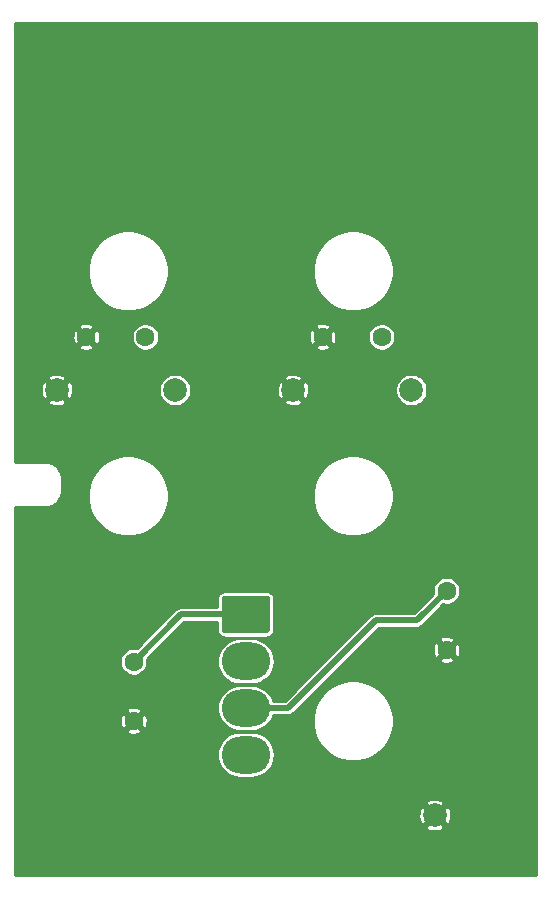
<source format=gbr>
G04 #@! TF.GenerationSoftware,KiCad,Pcbnew,5.1.10*
G04 #@! TF.CreationDate,2021-07-03T00:07:37+02:00*
G04 #@! TF.ProjectId,main,6d61696e-2e6b-4696-9361-645f70636258,v1.10*
G04 #@! TF.SameCoordinates,Original*
G04 #@! TF.FileFunction,Copper,L2,Bot*
G04 #@! TF.FilePolarity,Positive*
%FSLAX46Y46*%
G04 Gerber Fmt 4.6, Leading zero omitted, Abs format (unit mm)*
G04 Created by KiCad (PCBNEW 5.1.10) date 2021-07-03 00:07:37*
%MOMM*%
%LPD*%
G01*
G04 APERTURE LIST*
G04 #@! TA.AperFunction,ComponentPad*
%ADD10C,2.000000*%
G04 #@! TD*
G04 #@! TA.AperFunction,ComponentPad*
%ADD11C,1.600000*%
G04 #@! TD*
G04 #@! TA.AperFunction,ComponentPad*
%ADD12O,4.100000X3.160000*%
G04 #@! TD*
G04 #@! TA.AperFunction,ViaPad*
%ADD13C,0.600000*%
G04 #@! TD*
G04 #@! TA.AperFunction,Conductor*
%ADD14C,0.500000*%
G04 #@! TD*
G04 #@! TA.AperFunction,Conductor*
%ADD15C,0.250000*%
G04 #@! TD*
G04 #@! TA.AperFunction,Conductor*
%ADD16C,0.100000*%
G04 #@! TD*
G04 APERTURE END LIST*
D10*
X121000000Y-117500000D03*
D11*
X95500000Y-104500000D03*
X95500000Y-109500000D03*
X122000000Y-103500000D03*
X122000000Y-98500000D03*
D10*
X99000000Y-81500000D03*
X89000000Y-81500000D03*
X109000000Y-81500000D03*
X119000000Y-81500000D03*
D12*
X105000000Y-112380000D03*
X105000000Y-108420000D03*
X105000000Y-104460000D03*
G04 #@! TA.AperFunction,ComponentPad*
G36*
G01*
X103200000Y-98920000D02*
X106800000Y-98920000D01*
G75*
G02*
X107050000Y-99170000I0J-250000D01*
G01*
X107050000Y-101830000D01*
G75*
G02*
X106800000Y-102080000I-250000J0D01*
G01*
X103200000Y-102080000D01*
G75*
G02*
X102950000Y-101830000I0J250000D01*
G01*
X102950000Y-99170000D01*
G75*
G02*
X103200000Y-98920000I250000J0D01*
G01*
G37*
G04 #@! TD.AperFunction*
D11*
X96500000Y-77000000D03*
X91500000Y-77000000D03*
X111500000Y-77000000D03*
X116500000Y-77000000D03*
D13*
X129000000Y-114000000D03*
X127000000Y-114000000D03*
X125000000Y-114000000D03*
X123000000Y-114000000D03*
X121000000Y-114000000D03*
X127000000Y-112000000D03*
X121000000Y-112000000D03*
X123000000Y-112000000D03*
X129000000Y-112000000D03*
X125000000Y-112000000D03*
X127000000Y-110000000D03*
X129000000Y-110000000D03*
X121000000Y-110000000D03*
X125000000Y-108000000D03*
X123000000Y-108000000D03*
X121000000Y-108000000D03*
X127000000Y-108000000D03*
X129000000Y-108000000D03*
X127000000Y-106000000D03*
X121000000Y-106000000D03*
X129000000Y-106000000D03*
X125000000Y-106000000D03*
X123000000Y-106000000D03*
D14*
X108580000Y-108420000D02*
X116000000Y-101000000D01*
X119500000Y-101000000D02*
X122000000Y-98500000D01*
X116000000Y-101000000D02*
X119500000Y-101000000D01*
X108580000Y-108420000D02*
X105000000Y-108420000D01*
X99500000Y-100500000D02*
X95500000Y-104500000D01*
X99500000Y-100500000D02*
X105000000Y-100500000D01*
D15*
X129575000Y-122575000D02*
X85425000Y-122575000D01*
X85425000Y-118494774D01*
X120182003Y-118494774D01*
X120292342Y-118686670D01*
X120537448Y-118801926D01*
X120800329Y-118867149D01*
X121070883Y-118879834D01*
X121338714Y-118839492D01*
X121593527Y-118747674D01*
X121707658Y-118686670D01*
X121817997Y-118494774D01*
X121000000Y-117676777D01*
X120182003Y-118494774D01*
X85425000Y-118494774D01*
X85425000Y-117570883D01*
X119620166Y-117570883D01*
X119660508Y-117838714D01*
X119752326Y-118093527D01*
X119813330Y-118207658D01*
X120005226Y-118317997D01*
X120823223Y-117500000D01*
X121176777Y-117500000D01*
X121994774Y-118317997D01*
X122186670Y-118207658D01*
X122301926Y-117962552D01*
X122367149Y-117699671D01*
X122379834Y-117429117D01*
X122339492Y-117161286D01*
X122247674Y-116906473D01*
X122186670Y-116792342D01*
X121994774Y-116682003D01*
X121176777Y-117500000D01*
X120823223Y-117500000D01*
X120005226Y-116682003D01*
X119813330Y-116792342D01*
X119698074Y-117037448D01*
X119632851Y-117300329D01*
X119620166Y-117570883D01*
X85425000Y-117570883D01*
X85425000Y-116505226D01*
X120182003Y-116505226D01*
X121000000Y-117323223D01*
X121817997Y-116505226D01*
X121707658Y-116313330D01*
X121462552Y-116198074D01*
X121199671Y-116132851D01*
X120929117Y-116120166D01*
X120661286Y-116160508D01*
X120406473Y-116252326D01*
X120292342Y-116313330D01*
X120182003Y-116505226D01*
X85425000Y-116505226D01*
X85425000Y-112380000D01*
X102565541Y-112380000D01*
X102603288Y-112763247D01*
X102715077Y-113131766D01*
X102896612Y-113471395D01*
X103140918Y-113769082D01*
X103438605Y-114013388D01*
X103778234Y-114194923D01*
X104146753Y-114306712D01*
X104433962Y-114335000D01*
X105566038Y-114335000D01*
X105853247Y-114306712D01*
X106221766Y-114194923D01*
X106561395Y-114013388D01*
X106859082Y-113769082D01*
X107103388Y-113471395D01*
X107284923Y-113131766D01*
X107396712Y-112763247D01*
X107434459Y-112380000D01*
X107396712Y-111996753D01*
X107284923Y-111628234D01*
X107103388Y-111288605D01*
X106859082Y-110990918D01*
X106561395Y-110746612D01*
X106221766Y-110565077D01*
X105853247Y-110453288D01*
X105566038Y-110425000D01*
X104433962Y-110425000D01*
X104146753Y-110453288D01*
X103778234Y-110565077D01*
X103438605Y-110746612D01*
X103140918Y-110990918D01*
X102896612Y-111288605D01*
X102715077Y-111628234D01*
X102603288Y-111996753D01*
X102565541Y-112380000D01*
X85425000Y-112380000D01*
X85425000Y-110351868D01*
X94824909Y-110351868D01*
X94911039Y-110523299D01*
X95121991Y-110618537D01*
X95347470Y-110670791D01*
X95578811Y-110678051D01*
X95807123Y-110640040D01*
X96023632Y-110558218D01*
X96088961Y-110523299D01*
X96175091Y-110351868D01*
X95500000Y-109676777D01*
X94824909Y-110351868D01*
X85425000Y-110351868D01*
X85425000Y-109578811D01*
X94321949Y-109578811D01*
X94359960Y-109807123D01*
X94441782Y-110023632D01*
X94476701Y-110088961D01*
X94648132Y-110175091D01*
X95323223Y-109500000D01*
X95676777Y-109500000D01*
X96351868Y-110175091D01*
X96523299Y-110088961D01*
X96618537Y-109878009D01*
X96670791Y-109652530D01*
X96678051Y-109421189D01*
X96640040Y-109192877D01*
X96558218Y-108976368D01*
X96523299Y-108911039D01*
X96351868Y-108824909D01*
X95676777Y-109500000D01*
X95323223Y-109500000D01*
X94648132Y-108824909D01*
X94476701Y-108911039D01*
X94381463Y-109121991D01*
X94329209Y-109347470D01*
X94321949Y-109578811D01*
X85425000Y-109578811D01*
X85425000Y-108648132D01*
X94824909Y-108648132D01*
X95500000Y-109323223D01*
X96175091Y-108648132D01*
X96088961Y-108476701D01*
X95963369Y-108420000D01*
X102565541Y-108420000D01*
X102603288Y-108803247D01*
X102715077Y-109171766D01*
X102896612Y-109511395D01*
X103140918Y-109809082D01*
X103438605Y-110053388D01*
X103778234Y-110234923D01*
X104146753Y-110346712D01*
X104433962Y-110375000D01*
X105566038Y-110375000D01*
X105853247Y-110346712D01*
X106221766Y-110234923D01*
X106561395Y-110053388D01*
X106859082Y-109809082D01*
X107103388Y-109511395D01*
X107284923Y-109171766D01*
X107287785Y-109162331D01*
X110671589Y-109162331D01*
X110671589Y-109837669D01*
X110803341Y-110500031D01*
X111061781Y-111123962D01*
X111436979Y-111685485D01*
X111914515Y-112163021D01*
X112476038Y-112538219D01*
X113099969Y-112796659D01*
X113762331Y-112928411D01*
X114437669Y-112928411D01*
X115100031Y-112796659D01*
X115723962Y-112538219D01*
X116285485Y-112163021D01*
X116763021Y-111685485D01*
X117138219Y-111123962D01*
X117396659Y-110500031D01*
X117528411Y-109837669D01*
X117528411Y-109162331D01*
X117396659Y-108499969D01*
X117138219Y-107876038D01*
X116763021Y-107314515D01*
X116285485Y-106836979D01*
X115723962Y-106461781D01*
X115100031Y-106203341D01*
X114437669Y-106071589D01*
X113762331Y-106071589D01*
X113099969Y-106203341D01*
X112476038Y-106461781D01*
X111914515Y-106836979D01*
X111436979Y-107314515D01*
X111061781Y-107876038D01*
X110803341Y-108499969D01*
X110671589Y-109162331D01*
X107287785Y-109162331D01*
X107323377Y-109045000D01*
X108549306Y-109045000D01*
X108580000Y-109048023D01*
X108610694Y-109045000D01*
X108610704Y-109045000D01*
X108702521Y-109035957D01*
X108820334Y-109000219D01*
X108928911Y-108942183D01*
X109024080Y-108864080D01*
X109043658Y-108840224D01*
X113532014Y-104351868D01*
X121324909Y-104351868D01*
X121411039Y-104523299D01*
X121621991Y-104618537D01*
X121847470Y-104670791D01*
X122078811Y-104678051D01*
X122307123Y-104640040D01*
X122523632Y-104558218D01*
X122588961Y-104523299D01*
X122675091Y-104351868D01*
X122000000Y-103676777D01*
X121324909Y-104351868D01*
X113532014Y-104351868D01*
X114305072Y-103578811D01*
X120821949Y-103578811D01*
X120859960Y-103807123D01*
X120941782Y-104023632D01*
X120976701Y-104088961D01*
X121148132Y-104175091D01*
X121823223Y-103500000D01*
X122176777Y-103500000D01*
X122851868Y-104175091D01*
X123023299Y-104088961D01*
X123118537Y-103878009D01*
X123170791Y-103652530D01*
X123178051Y-103421189D01*
X123140040Y-103192877D01*
X123058218Y-102976368D01*
X123023299Y-102911039D01*
X122851868Y-102824909D01*
X122176777Y-103500000D01*
X121823223Y-103500000D01*
X121148132Y-102824909D01*
X120976701Y-102911039D01*
X120881463Y-103121991D01*
X120829209Y-103347470D01*
X120821949Y-103578811D01*
X114305072Y-103578811D01*
X115235751Y-102648132D01*
X121324909Y-102648132D01*
X122000000Y-103323223D01*
X122675091Y-102648132D01*
X122588961Y-102476701D01*
X122378009Y-102381463D01*
X122152530Y-102329209D01*
X121921189Y-102321949D01*
X121692877Y-102359960D01*
X121476368Y-102441782D01*
X121411039Y-102476701D01*
X121324909Y-102648132D01*
X115235751Y-102648132D01*
X116258884Y-101625000D01*
X119469306Y-101625000D01*
X119500000Y-101628023D01*
X119530694Y-101625000D01*
X119530704Y-101625000D01*
X119622521Y-101615957D01*
X119740334Y-101580219D01*
X119848911Y-101522183D01*
X119944080Y-101444080D01*
X119963658Y-101420224D01*
X121737982Y-99645901D01*
X121884273Y-99675000D01*
X122115727Y-99675000D01*
X122342735Y-99629845D01*
X122556571Y-99541271D01*
X122749019Y-99412682D01*
X122912682Y-99249019D01*
X123041271Y-99056571D01*
X123129845Y-98842735D01*
X123175000Y-98615727D01*
X123175000Y-98384273D01*
X123129845Y-98157265D01*
X123041271Y-97943429D01*
X122912682Y-97750981D01*
X122749019Y-97587318D01*
X122556571Y-97458729D01*
X122342735Y-97370155D01*
X122115727Y-97325000D01*
X121884273Y-97325000D01*
X121657265Y-97370155D01*
X121443429Y-97458729D01*
X121250981Y-97587318D01*
X121087318Y-97750981D01*
X120958729Y-97943429D01*
X120870155Y-98157265D01*
X120825000Y-98384273D01*
X120825000Y-98615727D01*
X120854099Y-98762018D01*
X119241118Y-100375000D01*
X116030702Y-100375000D01*
X116000000Y-100371976D01*
X115969298Y-100375000D01*
X115969296Y-100375000D01*
X115877479Y-100384043D01*
X115759666Y-100419781D01*
X115709124Y-100446796D01*
X115651088Y-100477817D01*
X115579769Y-100536347D01*
X115579765Y-100536351D01*
X115555920Y-100555920D01*
X115536351Y-100579765D01*
X108321118Y-107795000D01*
X107323377Y-107795000D01*
X107284923Y-107668234D01*
X107103388Y-107328605D01*
X106859082Y-107030918D01*
X106561395Y-106786612D01*
X106221766Y-106605077D01*
X105853247Y-106493288D01*
X105566038Y-106465000D01*
X104433962Y-106465000D01*
X104146753Y-106493288D01*
X103778234Y-106605077D01*
X103438605Y-106786612D01*
X103140918Y-107030918D01*
X102896612Y-107328605D01*
X102715077Y-107668234D01*
X102603288Y-108036753D01*
X102565541Y-108420000D01*
X95963369Y-108420000D01*
X95878009Y-108381463D01*
X95652530Y-108329209D01*
X95421189Y-108321949D01*
X95192877Y-108359960D01*
X94976368Y-108441782D01*
X94911039Y-108476701D01*
X94824909Y-108648132D01*
X85425000Y-108648132D01*
X85425000Y-104384273D01*
X94325000Y-104384273D01*
X94325000Y-104615727D01*
X94370155Y-104842735D01*
X94458729Y-105056571D01*
X94587318Y-105249019D01*
X94750981Y-105412682D01*
X94943429Y-105541271D01*
X95157265Y-105629845D01*
X95384273Y-105675000D01*
X95615727Y-105675000D01*
X95842735Y-105629845D01*
X96056571Y-105541271D01*
X96249019Y-105412682D01*
X96412682Y-105249019D01*
X96541271Y-105056571D01*
X96629845Y-104842735D01*
X96675000Y-104615727D01*
X96675000Y-104460000D01*
X102565541Y-104460000D01*
X102603288Y-104843247D01*
X102715077Y-105211766D01*
X102896612Y-105551395D01*
X103140918Y-105849082D01*
X103438605Y-106093388D01*
X103778234Y-106274923D01*
X104146753Y-106386712D01*
X104433962Y-106415000D01*
X105566038Y-106415000D01*
X105853247Y-106386712D01*
X106221766Y-106274923D01*
X106561395Y-106093388D01*
X106859082Y-105849082D01*
X107103388Y-105551395D01*
X107284923Y-105211766D01*
X107396712Y-104843247D01*
X107434459Y-104460000D01*
X107396712Y-104076753D01*
X107284923Y-103708234D01*
X107103388Y-103368605D01*
X106859082Y-103070918D01*
X106561395Y-102826612D01*
X106221766Y-102645077D01*
X105853247Y-102533288D01*
X105566038Y-102505000D01*
X104433962Y-102505000D01*
X104146753Y-102533288D01*
X103778234Y-102645077D01*
X103438605Y-102826612D01*
X103140918Y-103070918D01*
X102896612Y-103368605D01*
X102715077Y-103708234D01*
X102603288Y-104076753D01*
X102565541Y-104460000D01*
X96675000Y-104460000D01*
X96675000Y-104384273D01*
X96645901Y-104237982D01*
X99758883Y-101125000D01*
X102573186Y-101125000D01*
X102573186Y-101830000D01*
X102585230Y-101952285D01*
X102620899Y-102069871D01*
X102678823Y-102178239D01*
X102756776Y-102273224D01*
X102851761Y-102351177D01*
X102960129Y-102409101D01*
X103077715Y-102444770D01*
X103200000Y-102456814D01*
X106800000Y-102456814D01*
X106922285Y-102444770D01*
X107039871Y-102409101D01*
X107148239Y-102351177D01*
X107243224Y-102273224D01*
X107321177Y-102178239D01*
X107379101Y-102069871D01*
X107414770Y-101952285D01*
X107426814Y-101830000D01*
X107426814Y-99170000D01*
X107414770Y-99047715D01*
X107379101Y-98930129D01*
X107321177Y-98821761D01*
X107243224Y-98726776D01*
X107148239Y-98648823D01*
X107039871Y-98590899D01*
X106922285Y-98555230D01*
X106800000Y-98543186D01*
X103200000Y-98543186D01*
X103077715Y-98555230D01*
X102960129Y-98590899D01*
X102851761Y-98648823D01*
X102756776Y-98726776D01*
X102678823Y-98821761D01*
X102620899Y-98930129D01*
X102585230Y-99047715D01*
X102573186Y-99170000D01*
X102573186Y-99875000D01*
X99530693Y-99875000D01*
X99499999Y-99871977D01*
X99469305Y-99875000D01*
X99469296Y-99875000D01*
X99377479Y-99884043D01*
X99259666Y-99919781D01*
X99259664Y-99919782D01*
X99151087Y-99977818D01*
X99103677Y-100016727D01*
X99055920Y-100055920D01*
X99036346Y-100079771D01*
X95762018Y-103354099D01*
X95615727Y-103325000D01*
X95384273Y-103325000D01*
X95157265Y-103370155D01*
X94943429Y-103458729D01*
X94750981Y-103587318D01*
X94587318Y-103750981D01*
X94458729Y-103943429D01*
X94370155Y-104157265D01*
X94325000Y-104384273D01*
X85425000Y-104384273D01*
X85425000Y-91425000D01*
X88020874Y-91425000D01*
X88039314Y-91423184D01*
X88045501Y-91423227D01*
X88051407Y-91422648D01*
X88245504Y-91402247D01*
X88283226Y-91394504D01*
X88321073Y-91387284D01*
X88326752Y-91385569D01*
X88326758Y-91385567D01*
X88513191Y-91327856D01*
X88548666Y-91312944D01*
X88584416Y-91298500D01*
X88589656Y-91295714D01*
X88761332Y-91202889D01*
X88793275Y-91181343D01*
X88825500Y-91160256D01*
X88830099Y-91156506D01*
X88980477Y-91032102D01*
X89007631Y-91004757D01*
X89035140Y-90977819D01*
X89038917Y-90973252D01*
X89038923Y-90973246D01*
X89038927Y-90973239D01*
X89162272Y-90822004D01*
X89183559Y-90789965D01*
X89205352Y-90758137D01*
X89208174Y-90752917D01*
X89299799Y-90580595D01*
X89314469Y-90545001D01*
X89329652Y-90509577D01*
X89331407Y-90503908D01*
X89387816Y-90317072D01*
X89395295Y-90279302D01*
X89403307Y-90241609D01*
X89403927Y-90235707D01*
X89416024Y-90112331D01*
X91621589Y-90112331D01*
X91621589Y-90787669D01*
X91753341Y-91450031D01*
X92011781Y-92073962D01*
X92386979Y-92635485D01*
X92864515Y-93113021D01*
X93426038Y-93488219D01*
X94049969Y-93746659D01*
X94712331Y-93878411D01*
X95387669Y-93878411D01*
X96050031Y-93746659D01*
X96673962Y-93488219D01*
X97235485Y-93113021D01*
X97713021Y-92635485D01*
X98088219Y-92073962D01*
X98346659Y-91450031D01*
X98478411Y-90787669D01*
X98478411Y-90112331D01*
X110671589Y-90112331D01*
X110671589Y-90787669D01*
X110803341Y-91450031D01*
X111061781Y-92073962D01*
X111436979Y-92635485D01*
X111914515Y-93113021D01*
X112476038Y-93488219D01*
X113099969Y-93746659D01*
X113762331Y-93878411D01*
X114437669Y-93878411D01*
X115100031Y-93746659D01*
X115723962Y-93488219D01*
X116285485Y-93113021D01*
X116763021Y-92635485D01*
X117138219Y-92073962D01*
X117396659Y-91450031D01*
X117528411Y-90787669D01*
X117528411Y-90112331D01*
X117396659Y-89449969D01*
X117138219Y-88826038D01*
X116763021Y-88264515D01*
X116285485Y-87786979D01*
X115723962Y-87411781D01*
X115100031Y-87153341D01*
X114437669Y-87021589D01*
X113762331Y-87021589D01*
X113099969Y-87153341D01*
X112476038Y-87411781D01*
X111914515Y-87786979D01*
X111436979Y-88264515D01*
X111061781Y-88826038D01*
X110803341Y-89449969D01*
X110671589Y-90112331D01*
X98478411Y-90112331D01*
X98346659Y-89449969D01*
X98088219Y-88826038D01*
X97713021Y-88264515D01*
X97235485Y-87786979D01*
X96673962Y-87411781D01*
X96050031Y-87153341D01*
X95387669Y-87021589D01*
X94712331Y-87021589D01*
X94049969Y-87153341D01*
X93426038Y-87411781D01*
X92864515Y-87786979D01*
X92386979Y-88264515D01*
X92011781Y-88826038D01*
X91753341Y-89449969D01*
X91621589Y-90112331D01*
X89416024Y-90112331D01*
X89422972Y-90041474D01*
X89422972Y-90041464D01*
X89425000Y-90020874D01*
X89425000Y-88979126D01*
X89423184Y-88960686D01*
X89423227Y-88954499D01*
X89422648Y-88948593D01*
X89402247Y-88754496D01*
X89394502Y-88716768D01*
X89387284Y-88678927D01*
X89385568Y-88673246D01*
X89385568Y-88673244D01*
X89385566Y-88673238D01*
X89327856Y-88486808D01*
X89312938Y-88451320D01*
X89298500Y-88415584D01*
X89295714Y-88410344D01*
X89202889Y-88238667D01*
X89181359Y-88206747D01*
X89160256Y-88174499D01*
X89156505Y-88169901D01*
X89032102Y-88019523D01*
X89004774Y-87992385D01*
X88977819Y-87964860D01*
X88973247Y-87961078D01*
X88822004Y-87837728D01*
X88789960Y-87816438D01*
X88758138Y-87794648D01*
X88752917Y-87791826D01*
X88580595Y-87700201D01*
X88544990Y-87685526D01*
X88509577Y-87670348D01*
X88503909Y-87668593D01*
X88317072Y-87612184D01*
X88279294Y-87604704D01*
X88241608Y-87596693D01*
X88235707Y-87596073D01*
X88041473Y-87577028D01*
X88041464Y-87577028D01*
X88020874Y-87575000D01*
X85425000Y-87575000D01*
X85425000Y-82494774D01*
X88182003Y-82494774D01*
X88292342Y-82686670D01*
X88537448Y-82801926D01*
X88800329Y-82867149D01*
X89070883Y-82879834D01*
X89338714Y-82839492D01*
X89593527Y-82747674D01*
X89707658Y-82686670D01*
X89817997Y-82494774D01*
X89000000Y-81676777D01*
X88182003Y-82494774D01*
X85425000Y-82494774D01*
X85425000Y-81570883D01*
X87620166Y-81570883D01*
X87660508Y-81838714D01*
X87752326Y-82093527D01*
X87813330Y-82207658D01*
X88005226Y-82317997D01*
X88823223Y-81500000D01*
X89176777Y-81500000D01*
X89994774Y-82317997D01*
X90186670Y-82207658D01*
X90301926Y-81962552D01*
X90367149Y-81699671D01*
X90379834Y-81429117D01*
X90370113Y-81364574D01*
X97625000Y-81364574D01*
X97625000Y-81635426D01*
X97677841Y-81901073D01*
X97781491Y-82151307D01*
X97931968Y-82376511D01*
X98123489Y-82568032D01*
X98348693Y-82718509D01*
X98598927Y-82822159D01*
X98864574Y-82875000D01*
X99135426Y-82875000D01*
X99401073Y-82822159D01*
X99651307Y-82718509D01*
X99876511Y-82568032D01*
X99949769Y-82494774D01*
X108182003Y-82494774D01*
X108292342Y-82686670D01*
X108537448Y-82801926D01*
X108800329Y-82867149D01*
X109070883Y-82879834D01*
X109338714Y-82839492D01*
X109593527Y-82747674D01*
X109707658Y-82686670D01*
X109817997Y-82494774D01*
X109000000Y-81676777D01*
X108182003Y-82494774D01*
X99949769Y-82494774D01*
X100068032Y-82376511D01*
X100218509Y-82151307D01*
X100322159Y-81901073D01*
X100375000Y-81635426D01*
X100375000Y-81570883D01*
X107620166Y-81570883D01*
X107660508Y-81838714D01*
X107752326Y-82093527D01*
X107813330Y-82207658D01*
X108005226Y-82317997D01*
X108823223Y-81500000D01*
X109176777Y-81500000D01*
X109994774Y-82317997D01*
X110186670Y-82207658D01*
X110301926Y-81962552D01*
X110367149Y-81699671D01*
X110379834Y-81429117D01*
X110370113Y-81364574D01*
X117625000Y-81364574D01*
X117625000Y-81635426D01*
X117677841Y-81901073D01*
X117781491Y-82151307D01*
X117931968Y-82376511D01*
X118123489Y-82568032D01*
X118348693Y-82718509D01*
X118598927Y-82822159D01*
X118864574Y-82875000D01*
X119135426Y-82875000D01*
X119401073Y-82822159D01*
X119651307Y-82718509D01*
X119876511Y-82568032D01*
X120068032Y-82376511D01*
X120218509Y-82151307D01*
X120322159Y-81901073D01*
X120375000Y-81635426D01*
X120375000Y-81364574D01*
X120322159Y-81098927D01*
X120218509Y-80848693D01*
X120068032Y-80623489D01*
X119876511Y-80431968D01*
X119651307Y-80281491D01*
X119401073Y-80177841D01*
X119135426Y-80125000D01*
X118864574Y-80125000D01*
X118598927Y-80177841D01*
X118348693Y-80281491D01*
X118123489Y-80431968D01*
X117931968Y-80623489D01*
X117781491Y-80848693D01*
X117677841Y-81098927D01*
X117625000Y-81364574D01*
X110370113Y-81364574D01*
X110339492Y-81161286D01*
X110247674Y-80906473D01*
X110186670Y-80792342D01*
X109994774Y-80682003D01*
X109176777Y-81500000D01*
X108823223Y-81500000D01*
X108005226Y-80682003D01*
X107813330Y-80792342D01*
X107698074Y-81037448D01*
X107632851Y-81300329D01*
X107620166Y-81570883D01*
X100375000Y-81570883D01*
X100375000Y-81364574D01*
X100322159Y-81098927D01*
X100218509Y-80848693D01*
X100068032Y-80623489D01*
X99949769Y-80505226D01*
X108182003Y-80505226D01*
X109000000Y-81323223D01*
X109817997Y-80505226D01*
X109707658Y-80313330D01*
X109462552Y-80198074D01*
X109199671Y-80132851D01*
X108929117Y-80120166D01*
X108661286Y-80160508D01*
X108406473Y-80252326D01*
X108292342Y-80313330D01*
X108182003Y-80505226D01*
X99949769Y-80505226D01*
X99876511Y-80431968D01*
X99651307Y-80281491D01*
X99401073Y-80177841D01*
X99135426Y-80125000D01*
X98864574Y-80125000D01*
X98598927Y-80177841D01*
X98348693Y-80281491D01*
X98123489Y-80431968D01*
X97931968Y-80623489D01*
X97781491Y-80848693D01*
X97677841Y-81098927D01*
X97625000Y-81364574D01*
X90370113Y-81364574D01*
X90339492Y-81161286D01*
X90247674Y-80906473D01*
X90186670Y-80792342D01*
X89994774Y-80682003D01*
X89176777Y-81500000D01*
X88823223Y-81500000D01*
X88005226Y-80682003D01*
X87813330Y-80792342D01*
X87698074Y-81037448D01*
X87632851Y-81300329D01*
X87620166Y-81570883D01*
X85425000Y-81570883D01*
X85425000Y-80505226D01*
X88182003Y-80505226D01*
X89000000Y-81323223D01*
X89817997Y-80505226D01*
X89707658Y-80313330D01*
X89462552Y-80198074D01*
X89199671Y-80132851D01*
X88929117Y-80120166D01*
X88661286Y-80160508D01*
X88406473Y-80252326D01*
X88292342Y-80313330D01*
X88182003Y-80505226D01*
X85425000Y-80505226D01*
X85425000Y-77851868D01*
X90824909Y-77851868D01*
X90911039Y-78023299D01*
X91121991Y-78118537D01*
X91347470Y-78170791D01*
X91578811Y-78178051D01*
X91807123Y-78140040D01*
X92023632Y-78058218D01*
X92088961Y-78023299D01*
X92175091Y-77851868D01*
X91500000Y-77176777D01*
X90824909Y-77851868D01*
X85425000Y-77851868D01*
X85425000Y-77078811D01*
X90321949Y-77078811D01*
X90359960Y-77307123D01*
X90441782Y-77523632D01*
X90476701Y-77588961D01*
X90648132Y-77675091D01*
X91323223Y-77000000D01*
X91676777Y-77000000D01*
X92351868Y-77675091D01*
X92523299Y-77588961D01*
X92618537Y-77378009D01*
X92670791Y-77152530D01*
X92678051Y-76921189D01*
X92671905Y-76884273D01*
X95325000Y-76884273D01*
X95325000Y-77115727D01*
X95370155Y-77342735D01*
X95458729Y-77556571D01*
X95587318Y-77749019D01*
X95750981Y-77912682D01*
X95943429Y-78041271D01*
X96157265Y-78129845D01*
X96384273Y-78175000D01*
X96615727Y-78175000D01*
X96842735Y-78129845D01*
X97056571Y-78041271D01*
X97249019Y-77912682D01*
X97309833Y-77851868D01*
X110824909Y-77851868D01*
X110911039Y-78023299D01*
X111121991Y-78118537D01*
X111347470Y-78170791D01*
X111578811Y-78178051D01*
X111807123Y-78140040D01*
X112023632Y-78058218D01*
X112088961Y-78023299D01*
X112175091Y-77851868D01*
X111500000Y-77176777D01*
X110824909Y-77851868D01*
X97309833Y-77851868D01*
X97412682Y-77749019D01*
X97541271Y-77556571D01*
X97629845Y-77342735D01*
X97675000Y-77115727D01*
X97675000Y-77078811D01*
X110321949Y-77078811D01*
X110359960Y-77307123D01*
X110441782Y-77523632D01*
X110476701Y-77588961D01*
X110648132Y-77675091D01*
X111323223Y-77000000D01*
X111676777Y-77000000D01*
X112351868Y-77675091D01*
X112523299Y-77588961D01*
X112618537Y-77378009D01*
X112670791Y-77152530D01*
X112678051Y-76921189D01*
X112671905Y-76884273D01*
X115325000Y-76884273D01*
X115325000Y-77115727D01*
X115370155Y-77342735D01*
X115458729Y-77556571D01*
X115587318Y-77749019D01*
X115750981Y-77912682D01*
X115943429Y-78041271D01*
X116157265Y-78129845D01*
X116384273Y-78175000D01*
X116615727Y-78175000D01*
X116842735Y-78129845D01*
X117056571Y-78041271D01*
X117249019Y-77912682D01*
X117412682Y-77749019D01*
X117541271Y-77556571D01*
X117629845Y-77342735D01*
X117675000Y-77115727D01*
X117675000Y-76884273D01*
X117629845Y-76657265D01*
X117541271Y-76443429D01*
X117412682Y-76250981D01*
X117249019Y-76087318D01*
X117056571Y-75958729D01*
X116842735Y-75870155D01*
X116615727Y-75825000D01*
X116384273Y-75825000D01*
X116157265Y-75870155D01*
X115943429Y-75958729D01*
X115750981Y-76087318D01*
X115587318Y-76250981D01*
X115458729Y-76443429D01*
X115370155Y-76657265D01*
X115325000Y-76884273D01*
X112671905Y-76884273D01*
X112640040Y-76692877D01*
X112558218Y-76476368D01*
X112523299Y-76411039D01*
X112351868Y-76324909D01*
X111676777Y-77000000D01*
X111323223Y-77000000D01*
X110648132Y-76324909D01*
X110476701Y-76411039D01*
X110381463Y-76621991D01*
X110329209Y-76847470D01*
X110321949Y-77078811D01*
X97675000Y-77078811D01*
X97675000Y-76884273D01*
X97629845Y-76657265D01*
X97541271Y-76443429D01*
X97412682Y-76250981D01*
X97309833Y-76148132D01*
X110824909Y-76148132D01*
X111500000Y-76823223D01*
X112175091Y-76148132D01*
X112088961Y-75976701D01*
X111878009Y-75881463D01*
X111652530Y-75829209D01*
X111421189Y-75821949D01*
X111192877Y-75859960D01*
X110976368Y-75941782D01*
X110911039Y-75976701D01*
X110824909Y-76148132D01*
X97309833Y-76148132D01*
X97249019Y-76087318D01*
X97056571Y-75958729D01*
X96842735Y-75870155D01*
X96615727Y-75825000D01*
X96384273Y-75825000D01*
X96157265Y-75870155D01*
X95943429Y-75958729D01*
X95750981Y-76087318D01*
X95587318Y-76250981D01*
X95458729Y-76443429D01*
X95370155Y-76657265D01*
X95325000Y-76884273D01*
X92671905Y-76884273D01*
X92640040Y-76692877D01*
X92558218Y-76476368D01*
X92523299Y-76411039D01*
X92351868Y-76324909D01*
X91676777Y-77000000D01*
X91323223Y-77000000D01*
X90648132Y-76324909D01*
X90476701Y-76411039D01*
X90381463Y-76621991D01*
X90329209Y-76847470D01*
X90321949Y-77078811D01*
X85425000Y-77078811D01*
X85425000Y-76148132D01*
X90824909Y-76148132D01*
X91500000Y-76823223D01*
X92175091Y-76148132D01*
X92088961Y-75976701D01*
X91878009Y-75881463D01*
X91652530Y-75829209D01*
X91421189Y-75821949D01*
X91192877Y-75859960D01*
X90976368Y-75941782D01*
X90911039Y-75976701D01*
X90824909Y-76148132D01*
X85425000Y-76148132D01*
X85425000Y-71062331D01*
X91621589Y-71062331D01*
X91621589Y-71737669D01*
X91753341Y-72400031D01*
X92011781Y-73023962D01*
X92386979Y-73585485D01*
X92864515Y-74063021D01*
X93426038Y-74438219D01*
X94049969Y-74696659D01*
X94712331Y-74828411D01*
X95387669Y-74828411D01*
X96050031Y-74696659D01*
X96673962Y-74438219D01*
X97235485Y-74063021D01*
X97713021Y-73585485D01*
X98088219Y-73023962D01*
X98346659Y-72400031D01*
X98478411Y-71737669D01*
X98478411Y-71062331D01*
X110671589Y-71062331D01*
X110671589Y-71737669D01*
X110803341Y-72400031D01*
X111061781Y-73023962D01*
X111436979Y-73585485D01*
X111914515Y-74063021D01*
X112476038Y-74438219D01*
X113099969Y-74696659D01*
X113762331Y-74828411D01*
X114437669Y-74828411D01*
X115100031Y-74696659D01*
X115723962Y-74438219D01*
X116285485Y-74063021D01*
X116763021Y-73585485D01*
X117138219Y-73023962D01*
X117396659Y-72400031D01*
X117528411Y-71737669D01*
X117528411Y-71062331D01*
X117396659Y-70399969D01*
X117138219Y-69776038D01*
X116763021Y-69214515D01*
X116285485Y-68736979D01*
X115723962Y-68361781D01*
X115100031Y-68103341D01*
X114437669Y-67971589D01*
X113762331Y-67971589D01*
X113099969Y-68103341D01*
X112476038Y-68361781D01*
X111914515Y-68736979D01*
X111436979Y-69214515D01*
X111061781Y-69776038D01*
X110803341Y-70399969D01*
X110671589Y-71062331D01*
X98478411Y-71062331D01*
X98346659Y-70399969D01*
X98088219Y-69776038D01*
X97713021Y-69214515D01*
X97235485Y-68736979D01*
X96673962Y-68361781D01*
X96050031Y-68103341D01*
X95387669Y-67971589D01*
X94712331Y-67971589D01*
X94049969Y-68103341D01*
X93426038Y-68361781D01*
X92864515Y-68736979D01*
X92386979Y-69214515D01*
X92011781Y-69776038D01*
X91753341Y-70399969D01*
X91621589Y-71062331D01*
X85425000Y-71062331D01*
X85425000Y-50425000D01*
X129575001Y-50425000D01*
X129575000Y-122575000D01*
G04 #@! TA.AperFunction,Conductor*
D16*
G36*
X129575000Y-122575000D02*
G01*
X85425000Y-122575000D01*
X85425000Y-118494774D01*
X120182003Y-118494774D01*
X120292342Y-118686670D01*
X120537448Y-118801926D01*
X120800329Y-118867149D01*
X121070883Y-118879834D01*
X121338714Y-118839492D01*
X121593527Y-118747674D01*
X121707658Y-118686670D01*
X121817997Y-118494774D01*
X121000000Y-117676777D01*
X120182003Y-118494774D01*
X85425000Y-118494774D01*
X85425000Y-117570883D01*
X119620166Y-117570883D01*
X119660508Y-117838714D01*
X119752326Y-118093527D01*
X119813330Y-118207658D01*
X120005226Y-118317997D01*
X120823223Y-117500000D01*
X121176777Y-117500000D01*
X121994774Y-118317997D01*
X122186670Y-118207658D01*
X122301926Y-117962552D01*
X122367149Y-117699671D01*
X122379834Y-117429117D01*
X122339492Y-117161286D01*
X122247674Y-116906473D01*
X122186670Y-116792342D01*
X121994774Y-116682003D01*
X121176777Y-117500000D01*
X120823223Y-117500000D01*
X120005226Y-116682003D01*
X119813330Y-116792342D01*
X119698074Y-117037448D01*
X119632851Y-117300329D01*
X119620166Y-117570883D01*
X85425000Y-117570883D01*
X85425000Y-116505226D01*
X120182003Y-116505226D01*
X121000000Y-117323223D01*
X121817997Y-116505226D01*
X121707658Y-116313330D01*
X121462552Y-116198074D01*
X121199671Y-116132851D01*
X120929117Y-116120166D01*
X120661286Y-116160508D01*
X120406473Y-116252326D01*
X120292342Y-116313330D01*
X120182003Y-116505226D01*
X85425000Y-116505226D01*
X85425000Y-112380000D01*
X102565541Y-112380000D01*
X102603288Y-112763247D01*
X102715077Y-113131766D01*
X102896612Y-113471395D01*
X103140918Y-113769082D01*
X103438605Y-114013388D01*
X103778234Y-114194923D01*
X104146753Y-114306712D01*
X104433962Y-114335000D01*
X105566038Y-114335000D01*
X105853247Y-114306712D01*
X106221766Y-114194923D01*
X106561395Y-114013388D01*
X106859082Y-113769082D01*
X107103388Y-113471395D01*
X107284923Y-113131766D01*
X107396712Y-112763247D01*
X107434459Y-112380000D01*
X107396712Y-111996753D01*
X107284923Y-111628234D01*
X107103388Y-111288605D01*
X106859082Y-110990918D01*
X106561395Y-110746612D01*
X106221766Y-110565077D01*
X105853247Y-110453288D01*
X105566038Y-110425000D01*
X104433962Y-110425000D01*
X104146753Y-110453288D01*
X103778234Y-110565077D01*
X103438605Y-110746612D01*
X103140918Y-110990918D01*
X102896612Y-111288605D01*
X102715077Y-111628234D01*
X102603288Y-111996753D01*
X102565541Y-112380000D01*
X85425000Y-112380000D01*
X85425000Y-110351868D01*
X94824909Y-110351868D01*
X94911039Y-110523299D01*
X95121991Y-110618537D01*
X95347470Y-110670791D01*
X95578811Y-110678051D01*
X95807123Y-110640040D01*
X96023632Y-110558218D01*
X96088961Y-110523299D01*
X96175091Y-110351868D01*
X95500000Y-109676777D01*
X94824909Y-110351868D01*
X85425000Y-110351868D01*
X85425000Y-109578811D01*
X94321949Y-109578811D01*
X94359960Y-109807123D01*
X94441782Y-110023632D01*
X94476701Y-110088961D01*
X94648132Y-110175091D01*
X95323223Y-109500000D01*
X95676777Y-109500000D01*
X96351868Y-110175091D01*
X96523299Y-110088961D01*
X96618537Y-109878009D01*
X96670791Y-109652530D01*
X96678051Y-109421189D01*
X96640040Y-109192877D01*
X96558218Y-108976368D01*
X96523299Y-108911039D01*
X96351868Y-108824909D01*
X95676777Y-109500000D01*
X95323223Y-109500000D01*
X94648132Y-108824909D01*
X94476701Y-108911039D01*
X94381463Y-109121991D01*
X94329209Y-109347470D01*
X94321949Y-109578811D01*
X85425000Y-109578811D01*
X85425000Y-108648132D01*
X94824909Y-108648132D01*
X95500000Y-109323223D01*
X96175091Y-108648132D01*
X96088961Y-108476701D01*
X95963369Y-108420000D01*
X102565541Y-108420000D01*
X102603288Y-108803247D01*
X102715077Y-109171766D01*
X102896612Y-109511395D01*
X103140918Y-109809082D01*
X103438605Y-110053388D01*
X103778234Y-110234923D01*
X104146753Y-110346712D01*
X104433962Y-110375000D01*
X105566038Y-110375000D01*
X105853247Y-110346712D01*
X106221766Y-110234923D01*
X106561395Y-110053388D01*
X106859082Y-109809082D01*
X107103388Y-109511395D01*
X107284923Y-109171766D01*
X107287785Y-109162331D01*
X110671589Y-109162331D01*
X110671589Y-109837669D01*
X110803341Y-110500031D01*
X111061781Y-111123962D01*
X111436979Y-111685485D01*
X111914515Y-112163021D01*
X112476038Y-112538219D01*
X113099969Y-112796659D01*
X113762331Y-112928411D01*
X114437669Y-112928411D01*
X115100031Y-112796659D01*
X115723962Y-112538219D01*
X116285485Y-112163021D01*
X116763021Y-111685485D01*
X117138219Y-111123962D01*
X117396659Y-110500031D01*
X117528411Y-109837669D01*
X117528411Y-109162331D01*
X117396659Y-108499969D01*
X117138219Y-107876038D01*
X116763021Y-107314515D01*
X116285485Y-106836979D01*
X115723962Y-106461781D01*
X115100031Y-106203341D01*
X114437669Y-106071589D01*
X113762331Y-106071589D01*
X113099969Y-106203341D01*
X112476038Y-106461781D01*
X111914515Y-106836979D01*
X111436979Y-107314515D01*
X111061781Y-107876038D01*
X110803341Y-108499969D01*
X110671589Y-109162331D01*
X107287785Y-109162331D01*
X107323377Y-109045000D01*
X108549306Y-109045000D01*
X108580000Y-109048023D01*
X108610694Y-109045000D01*
X108610704Y-109045000D01*
X108702521Y-109035957D01*
X108820334Y-109000219D01*
X108928911Y-108942183D01*
X109024080Y-108864080D01*
X109043658Y-108840224D01*
X113532014Y-104351868D01*
X121324909Y-104351868D01*
X121411039Y-104523299D01*
X121621991Y-104618537D01*
X121847470Y-104670791D01*
X122078811Y-104678051D01*
X122307123Y-104640040D01*
X122523632Y-104558218D01*
X122588961Y-104523299D01*
X122675091Y-104351868D01*
X122000000Y-103676777D01*
X121324909Y-104351868D01*
X113532014Y-104351868D01*
X114305072Y-103578811D01*
X120821949Y-103578811D01*
X120859960Y-103807123D01*
X120941782Y-104023632D01*
X120976701Y-104088961D01*
X121148132Y-104175091D01*
X121823223Y-103500000D01*
X122176777Y-103500000D01*
X122851868Y-104175091D01*
X123023299Y-104088961D01*
X123118537Y-103878009D01*
X123170791Y-103652530D01*
X123178051Y-103421189D01*
X123140040Y-103192877D01*
X123058218Y-102976368D01*
X123023299Y-102911039D01*
X122851868Y-102824909D01*
X122176777Y-103500000D01*
X121823223Y-103500000D01*
X121148132Y-102824909D01*
X120976701Y-102911039D01*
X120881463Y-103121991D01*
X120829209Y-103347470D01*
X120821949Y-103578811D01*
X114305072Y-103578811D01*
X115235751Y-102648132D01*
X121324909Y-102648132D01*
X122000000Y-103323223D01*
X122675091Y-102648132D01*
X122588961Y-102476701D01*
X122378009Y-102381463D01*
X122152530Y-102329209D01*
X121921189Y-102321949D01*
X121692877Y-102359960D01*
X121476368Y-102441782D01*
X121411039Y-102476701D01*
X121324909Y-102648132D01*
X115235751Y-102648132D01*
X116258884Y-101625000D01*
X119469306Y-101625000D01*
X119500000Y-101628023D01*
X119530694Y-101625000D01*
X119530704Y-101625000D01*
X119622521Y-101615957D01*
X119740334Y-101580219D01*
X119848911Y-101522183D01*
X119944080Y-101444080D01*
X119963658Y-101420224D01*
X121737982Y-99645901D01*
X121884273Y-99675000D01*
X122115727Y-99675000D01*
X122342735Y-99629845D01*
X122556571Y-99541271D01*
X122749019Y-99412682D01*
X122912682Y-99249019D01*
X123041271Y-99056571D01*
X123129845Y-98842735D01*
X123175000Y-98615727D01*
X123175000Y-98384273D01*
X123129845Y-98157265D01*
X123041271Y-97943429D01*
X122912682Y-97750981D01*
X122749019Y-97587318D01*
X122556571Y-97458729D01*
X122342735Y-97370155D01*
X122115727Y-97325000D01*
X121884273Y-97325000D01*
X121657265Y-97370155D01*
X121443429Y-97458729D01*
X121250981Y-97587318D01*
X121087318Y-97750981D01*
X120958729Y-97943429D01*
X120870155Y-98157265D01*
X120825000Y-98384273D01*
X120825000Y-98615727D01*
X120854099Y-98762018D01*
X119241118Y-100375000D01*
X116030702Y-100375000D01*
X116000000Y-100371976D01*
X115969298Y-100375000D01*
X115969296Y-100375000D01*
X115877479Y-100384043D01*
X115759666Y-100419781D01*
X115709124Y-100446796D01*
X115651088Y-100477817D01*
X115579769Y-100536347D01*
X115579765Y-100536351D01*
X115555920Y-100555920D01*
X115536351Y-100579765D01*
X108321118Y-107795000D01*
X107323377Y-107795000D01*
X107284923Y-107668234D01*
X107103388Y-107328605D01*
X106859082Y-107030918D01*
X106561395Y-106786612D01*
X106221766Y-106605077D01*
X105853247Y-106493288D01*
X105566038Y-106465000D01*
X104433962Y-106465000D01*
X104146753Y-106493288D01*
X103778234Y-106605077D01*
X103438605Y-106786612D01*
X103140918Y-107030918D01*
X102896612Y-107328605D01*
X102715077Y-107668234D01*
X102603288Y-108036753D01*
X102565541Y-108420000D01*
X95963369Y-108420000D01*
X95878009Y-108381463D01*
X95652530Y-108329209D01*
X95421189Y-108321949D01*
X95192877Y-108359960D01*
X94976368Y-108441782D01*
X94911039Y-108476701D01*
X94824909Y-108648132D01*
X85425000Y-108648132D01*
X85425000Y-104384273D01*
X94325000Y-104384273D01*
X94325000Y-104615727D01*
X94370155Y-104842735D01*
X94458729Y-105056571D01*
X94587318Y-105249019D01*
X94750981Y-105412682D01*
X94943429Y-105541271D01*
X95157265Y-105629845D01*
X95384273Y-105675000D01*
X95615727Y-105675000D01*
X95842735Y-105629845D01*
X96056571Y-105541271D01*
X96249019Y-105412682D01*
X96412682Y-105249019D01*
X96541271Y-105056571D01*
X96629845Y-104842735D01*
X96675000Y-104615727D01*
X96675000Y-104460000D01*
X102565541Y-104460000D01*
X102603288Y-104843247D01*
X102715077Y-105211766D01*
X102896612Y-105551395D01*
X103140918Y-105849082D01*
X103438605Y-106093388D01*
X103778234Y-106274923D01*
X104146753Y-106386712D01*
X104433962Y-106415000D01*
X105566038Y-106415000D01*
X105853247Y-106386712D01*
X106221766Y-106274923D01*
X106561395Y-106093388D01*
X106859082Y-105849082D01*
X107103388Y-105551395D01*
X107284923Y-105211766D01*
X107396712Y-104843247D01*
X107434459Y-104460000D01*
X107396712Y-104076753D01*
X107284923Y-103708234D01*
X107103388Y-103368605D01*
X106859082Y-103070918D01*
X106561395Y-102826612D01*
X106221766Y-102645077D01*
X105853247Y-102533288D01*
X105566038Y-102505000D01*
X104433962Y-102505000D01*
X104146753Y-102533288D01*
X103778234Y-102645077D01*
X103438605Y-102826612D01*
X103140918Y-103070918D01*
X102896612Y-103368605D01*
X102715077Y-103708234D01*
X102603288Y-104076753D01*
X102565541Y-104460000D01*
X96675000Y-104460000D01*
X96675000Y-104384273D01*
X96645901Y-104237982D01*
X99758883Y-101125000D01*
X102573186Y-101125000D01*
X102573186Y-101830000D01*
X102585230Y-101952285D01*
X102620899Y-102069871D01*
X102678823Y-102178239D01*
X102756776Y-102273224D01*
X102851761Y-102351177D01*
X102960129Y-102409101D01*
X103077715Y-102444770D01*
X103200000Y-102456814D01*
X106800000Y-102456814D01*
X106922285Y-102444770D01*
X107039871Y-102409101D01*
X107148239Y-102351177D01*
X107243224Y-102273224D01*
X107321177Y-102178239D01*
X107379101Y-102069871D01*
X107414770Y-101952285D01*
X107426814Y-101830000D01*
X107426814Y-99170000D01*
X107414770Y-99047715D01*
X107379101Y-98930129D01*
X107321177Y-98821761D01*
X107243224Y-98726776D01*
X107148239Y-98648823D01*
X107039871Y-98590899D01*
X106922285Y-98555230D01*
X106800000Y-98543186D01*
X103200000Y-98543186D01*
X103077715Y-98555230D01*
X102960129Y-98590899D01*
X102851761Y-98648823D01*
X102756776Y-98726776D01*
X102678823Y-98821761D01*
X102620899Y-98930129D01*
X102585230Y-99047715D01*
X102573186Y-99170000D01*
X102573186Y-99875000D01*
X99530693Y-99875000D01*
X99499999Y-99871977D01*
X99469305Y-99875000D01*
X99469296Y-99875000D01*
X99377479Y-99884043D01*
X99259666Y-99919781D01*
X99259664Y-99919782D01*
X99151087Y-99977818D01*
X99103677Y-100016727D01*
X99055920Y-100055920D01*
X99036346Y-100079771D01*
X95762018Y-103354099D01*
X95615727Y-103325000D01*
X95384273Y-103325000D01*
X95157265Y-103370155D01*
X94943429Y-103458729D01*
X94750981Y-103587318D01*
X94587318Y-103750981D01*
X94458729Y-103943429D01*
X94370155Y-104157265D01*
X94325000Y-104384273D01*
X85425000Y-104384273D01*
X85425000Y-91425000D01*
X88020874Y-91425000D01*
X88039314Y-91423184D01*
X88045501Y-91423227D01*
X88051407Y-91422648D01*
X88245504Y-91402247D01*
X88283226Y-91394504D01*
X88321073Y-91387284D01*
X88326752Y-91385569D01*
X88326758Y-91385567D01*
X88513191Y-91327856D01*
X88548666Y-91312944D01*
X88584416Y-91298500D01*
X88589656Y-91295714D01*
X88761332Y-91202889D01*
X88793275Y-91181343D01*
X88825500Y-91160256D01*
X88830099Y-91156506D01*
X88980477Y-91032102D01*
X89007631Y-91004757D01*
X89035140Y-90977819D01*
X89038917Y-90973252D01*
X89038923Y-90973246D01*
X89038927Y-90973239D01*
X89162272Y-90822004D01*
X89183559Y-90789965D01*
X89205352Y-90758137D01*
X89208174Y-90752917D01*
X89299799Y-90580595D01*
X89314469Y-90545001D01*
X89329652Y-90509577D01*
X89331407Y-90503908D01*
X89387816Y-90317072D01*
X89395295Y-90279302D01*
X89403307Y-90241609D01*
X89403927Y-90235707D01*
X89416024Y-90112331D01*
X91621589Y-90112331D01*
X91621589Y-90787669D01*
X91753341Y-91450031D01*
X92011781Y-92073962D01*
X92386979Y-92635485D01*
X92864515Y-93113021D01*
X93426038Y-93488219D01*
X94049969Y-93746659D01*
X94712331Y-93878411D01*
X95387669Y-93878411D01*
X96050031Y-93746659D01*
X96673962Y-93488219D01*
X97235485Y-93113021D01*
X97713021Y-92635485D01*
X98088219Y-92073962D01*
X98346659Y-91450031D01*
X98478411Y-90787669D01*
X98478411Y-90112331D01*
X110671589Y-90112331D01*
X110671589Y-90787669D01*
X110803341Y-91450031D01*
X111061781Y-92073962D01*
X111436979Y-92635485D01*
X111914515Y-93113021D01*
X112476038Y-93488219D01*
X113099969Y-93746659D01*
X113762331Y-93878411D01*
X114437669Y-93878411D01*
X115100031Y-93746659D01*
X115723962Y-93488219D01*
X116285485Y-93113021D01*
X116763021Y-92635485D01*
X117138219Y-92073962D01*
X117396659Y-91450031D01*
X117528411Y-90787669D01*
X117528411Y-90112331D01*
X117396659Y-89449969D01*
X117138219Y-88826038D01*
X116763021Y-88264515D01*
X116285485Y-87786979D01*
X115723962Y-87411781D01*
X115100031Y-87153341D01*
X114437669Y-87021589D01*
X113762331Y-87021589D01*
X113099969Y-87153341D01*
X112476038Y-87411781D01*
X111914515Y-87786979D01*
X111436979Y-88264515D01*
X111061781Y-88826038D01*
X110803341Y-89449969D01*
X110671589Y-90112331D01*
X98478411Y-90112331D01*
X98346659Y-89449969D01*
X98088219Y-88826038D01*
X97713021Y-88264515D01*
X97235485Y-87786979D01*
X96673962Y-87411781D01*
X96050031Y-87153341D01*
X95387669Y-87021589D01*
X94712331Y-87021589D01*
X94049969Y-87153341D01*
X93426038Y-87411781D01*
X92864515Y-87786979D01*
X92386979Y-88264515D01*
X92011781Y-88826038D01*
X91753341Y-89449969D01*
X91621589Y-90112331D01*
X89416024Y-90112331D01*
X89422972Y-90041474D01*
X89422972Y-90041464D01*
X89425000Y-90020874D01*
X89425000Y-88979126D01*
X89423184Y-88960686D01*
X89423227Y-88954499D01*
X89422648Y-88948593D01*
X89402247Y-88754496D01*
X89394502Y-88716768D01*
X89387284Y-88678927D01*
X89385568Y-88673246D01*
X89385568Y-88673244D01*
X89385566Y-88673238D01*
X89327856Y-88486808D01*
X89312938Y-88451320D01*
X89298500Y-88415584D01*
X89295714Y-88410344D01*
X89202889Y-88238667D01*
X89181359Y-88206747D01*
X89160256Y-88174499D01*
X89156505Y-88169901D01*
X89032102Y-88019523D01*
X89004774Y-87992385D01*
X88977819Y-87964860D01*
X88973247Y-87961078D01*
X88822004Y-87837728D01*
X88789960Y-87816438D01*
X88758138Y-87794648D01*
X88752917Y-87791826D01*
X88580595Y-87700201D01*
X88544990Y-87685526D01*
X88509577Y-87670348D01*
X88503909Y-87668593D01*
X88317072Y-87612184D01*
X88279294Y-87604704D01*
X88241608Y-87596693D01*
X88235707Y-87596073D01*
X88041473Y-87577028D01*
X88041464Y-87577028D01*
X88020874Y-87575000D01*
X85425000Y-87575000D01*
X85425000Y-82494774D01*
X88182003Y-82494774D01*
X88292342Y-82686670D01*
X88537448Y-82801926D01*
X88800329Y-82867149D01*
X89070883Y-82879834D01*
X89338714Y-82839492D01*
X89593527Y-82747674D01*
X89707658Y-82686670D01*
X89817997Y-82494774D01*
X89000000Y-81676777D01*
X88182003Y-82494774D01*
X85425000Y-82494774D01*
X85425000Y-81570883D01*
X87620166Y-81570883D01*
X87660508Y-81838714D01*
X87752326Y-82093527D01*
X87813330Y-82207658D01*
X88005226Y-82317997D01*
X88823223Y-81500000D01*
X89176777Y-81500000D01*
X89994774Y-82317997D01*
X90186670Y-82207658D01*
X90301926Y-81962552D01*
X90367149Y-81699671D01*
X90379834Y-81429117D01*
X90370113Y-81364574D01*
X97625000Y-81364574D01*
X97625000Y-81635426D01*
X97677841Y-81901073D01*
X97781491Y-82151307D01*
X97931968Y-82376511D01*
X98123489Y-82568032D01*
X98348693Y-82718509D01*
X98598927Y-82822159D01*
X98864574Y-82875000D01*
X99135426Y-82875000D01*
X99401073Y-82822159D01*
X99651307Y-82718509D01*
X99876511Y-82568032D01*
X99949769Y-82494774D01*
X108182003Y-82494774D01*
X108292342Y-82686670D01*
X108537448Y-82801926D01*
X108800329Y-82867149D01*
X109070883Y-82879834D01*
X109338714Y-82839492D01*
X109593527Y-82747674D01*
X109707658Y-82686670D01*
X109817997Y-82494774D01*
X109000000Y-81676777D01*
X108182003Y-82494774D01*
X99949769Y-82494774D01*
X100068032Y-82376511D01*
X100218509Y-82151307D01*
X100322159Y-81901073D01*
X100375000Y-81635426D01*
X100375000Y-81570883D01*
X107620166Y-81570883D01*
X107660508Y-81838714D01*
X107752326Y-82093527D01*
X107813330Y-82207658D01*
X108005226Y-82317997D01*
X108823223Y-81500000D01*
X109176777Y-81500000D01*
X109994774Y-82317997D01*
X110186670Y-82207658D01*
X110301926Y-81962552D01*
X110367149Y-81699671D01*
X110379834Y-81429117D01*
X110370113Y-81364574D01*
X117625000Y-81364574D01*
X117625000Y-81635426D01*
X117677841Y-81901073D01*
X117781491Y-82151307D01*
X117931968Y-82376511D01*
X118123489Y-82568032D01*
X118348693Y-82718509D01*
X118598927Y-82822159D01*
X118864574Y-82875000D01*
X119135426Y-82875000D01*
X119401073Y-82822159D01*
X119651307Y-82718509D01*
X119876511Y-82568032D01*
X120068032Y-82376511D01*
X120218509Y-82151307D01*
X120322159Y-81901073D01*
X120375000Y-81635426D01*
X120375000Y-81364574D01*
X120322159Y-81098927D01*
X120218509Y-80848693D01*
X120068032Y-80623489D01*
X119876511Y-80431968D01*
X119651307Y-80281491D01*
X119401073Y-80177841D01*
X119135426Y-80125000D01*
X118864574Y-80125000D01*
X118598927Y-80177841D01*
X118348693Y-80281491D01*
X118123489Y-80431968D01*
X117931968Y-80623489D01*
X117781491Y-80848693D01*
X117677841Y-81098927D01*
X117625000Y-81364574D01*
X110370113Y-81364574D01*
X110339492Y-81161286D01*
X110247674Y-80906473D01*
X110186670Y-80792342D01*
X109994774Y-80682003D01*
X109176777Y-81500000D01*
X108823223Y-81500000D01*
X108005226Y-80682003D01*
X107813330Y-80792342D01*
X107698074Y-81037448D01*
X107632851Y-81300329D01*
X107620166Y-81570883D01*
X100375000Y-81570883D01*
X100375000Y-81364574D01*
X100322159Y-81098927D01*
X100218509Y-80848693D01*
X100068032Y-80623489D01*
X99949769Y-80505226D01*
X108182003Y-80505226D01*
X109000000Y-81323223D01*
X109817997Y-80505226D01*
X109707658Y-80313330D01*
X109462552Y-80198074D01*
X109199671Y-80132851D01*
X108929117Y-80120166D01*
X108661286Y-80160508D01*
X108406473Y-80252326D01*
X108292342Y-80313330D01*
X108182003Y-80505226D01*
X99949769Y-80505226D01*
X99876511Y-80431968D01*
X99651307Y-80281491D01*
X99401073Y-80177841D01*
X99135426Y-80125000D01*
X98864574Y-80125000D01*
X98598927Y-80177841D01*
X98348693Y-80281491D01*
X98123489Y-80431968D01*
X97931968Y-80623489D01*
X97781491Y-80848693D01*
X97677841Y-81098927D01*
X97625000Y-81364574D01*
X90370113Y-81364574D01*
X90339492Y-81161286D01*
X90247674Y-80906473D01*
X90186670Y-80792342D01*
X89994774Y-80682003D01*
X89176777Y-81500000D01*
X88823223Y-81500000D01*
X88005226Y-80682003D01*
X87813330Y-80792342D01*
X87698074Y-81037448D01*
X87632851Y-81300329D01*
X87620166Y-81570883D01*
X85425000Y-81570883D01*
X85425000Y-80505226D01*
X88182003Y-80505226D01*
X89000000Y-81323223D01*
X89817997Y-80505226D01*
X89707658Y-80313330D01*
X89462552Y-80198074D01*
X89199671Y-80132851D01*
X88929117Y-80120166D01*
X88661286Y-80160508D01*
X88406473Y-80252326D01*
X88292342Y-80313330D01*
X88182003Y-80505226D01*
X85425000Y-80505226D01*
X85425000Y-77851868D01*
X90824909Y-77851868D01*
X90911039Y-78023299D01*
X91121991Y-78118537D01*
X91347470Y-78170791D01*
X91578811Y-78178051D01*
X91807123Y-78140040D01*
X92023632Y-78058218D01*
X92088961Y-78023299D01*
X92175091Y-77851868D01*
X91500000Y-77176777D01*
X90824909Y-77851868D01*
X85425000Y-77851868D01*
X85425000Y-77078811D01*
X90321949Y-77078811D01*
X90359960Y-77307123D01*
X90441782Y-77523632D01*
X90476701Y-77588961D01*
X90648132Y-77675091D01*
X91323223Y-77000000D01*
X91676777Y-77000000D01*
X92351868Y-77675091D01*
X92523299Y-77588961D01*
X92618537Y-77378009D01*
X92670791Y-77152530D01*
X92678051Y-76921189D01*
X92671905Y-76884273D01*
X95325000Y-76884273D01*
X95325000Y-77115727D01*
X95370155Y-77342735D01*
X95458729Y-77556571D01*
X95587318Y-77749019D01*
X95750981Y-77912682D01*
X95943429Y-78041271D01*
X96157265Y-78129845D01*
X96384273Y-78175000D01*
X96615727Y-78175000D01*
X96842735Y-78129845D01*
X97056571Y-78041271D01*
X97249019Y-77912682D01*
X97309833Y-77851868D01*
X110824909Y-77851868D01*
X110911039Y-78023299D01*
X111121991Y-78118537D01*
X111347470Y-78170791D01*
X111578811Y-78178051D01*
X111807123Y-78140040D01*
X112023632Y-78058218D01*
X112088961Y-78023299D01*
X112175091Y-77851868D01*
X111500000Y-77176777D01*
X110824909Y-77851868D01*
X97309833Y-77851868D01*
X97412682Y-77749019D01*
X97541271Y-77556571D01*
X97629845Y-77342735D01*
X97675000Y-77115727D01*
X97675000Y-77078811D01*
X110321949Y-77078811D01*
X110359960Y-77307123D01*
X110441782Y-77523632D01*
X110476701Y-77588961D01*
X110648132Y-77675091D01*
X111323223Y-77000000D01*
X111676777Y-77000000D01*
X112351868Y-77675091D01*
X112523299Y-77588961D01*
X112618537Y-77378009D01*
X112670791Y-77152530D01*
X112678051Y-76921189D01*
X112671905Y-76884273D01*
X115325000Y-76884273D01*
X115325000Y-77115727D01*
X115370155Y-77342735D01*
X115458729Y-77556571D01*
X115587318Y-77749019D01*
X115750981Y-77912682D01*
X115943429Y-78041271D01*
X116157265Y-78129845D01*
X116384273Y-78175000D01*
X116615727Y-78175000D01*
X116842735Y-78129845D01*
X117056571Y-78041271D01*
X117249019Y-77912682D01*
X117412682Y-77749019D01*
X117541271Y-77556571D01*
X117629845Y-77342735D01*
X117675000Y-77115727D01*
X117675000Y-76884273D01*
X117629845Y-76657265D01*
X117541271Y-76443429D01*
X117412682Y-76250981D01*
X117249019Y-76087318D01*
X117056571Y-75958729D01*
X116842735Y-75870155D01*
X116615727Y-75825000D01*
X116384273Y-75825000D01*
X116157265Y-75870155D01*
X115943429Y-75958729D01*
X115750981Y-76087318D01*
X115587318Y-76250981D01*
X115458729Y-76443429D01*
X115370155Y-76657265D01*
X115325000Y-76884273D01*
X112671905Y-76884273D01*
X112640040Y-76692877D01*
X112558218Y-76476368D01*
X112523299Y-76411039D01*
X112351868Y-76324909D01*
X111676777Y-77000000D01*
X111323223Y-77000000D01*
X110648132Y-76324909D01*
X110476701Y-76411039D01*
X110381463Y-76621991D01*
X110329209Y-76847470D01*
X110321949Y-77078811D01*
X97675000Y-77078811D01*
X97675000Y-76884273D01*
X97629845Y-76657265D01*
X97541271Y-76443429D01*
X97412682Y-76250981D01*
X97309833Y-76148132D01*
X110824909Y-76148132D01*
X111500000Y-76823223D01*
X112175091Y-76148132D01*
X112088961Y-75976701D01*
X111878009Y-75881463D01*
X111652530Y-75829209D01*
X111421189Y-75821949D01*
X111192877Y-75859960D01*
X110976368Y-75941782D01*
X110911039Y-75976701D01*
X110824909Y-76148132D01*
X97309833Y-76148132D01*
X97249019Y-76087318D01*
X97056571Y-75958729D01*
X96842735Y-75870155D01*
X96615727Y-75825000D01*
X96384273Y-75825000D01*
X96157265Y-75870155D01*
X95943429Y-75958729D01*
X95750981Y-76087318D01*
X95587318Y-76250981D01*
X95458729Y-76443429D01*
X95370155Y-76657265D01*
X95325000Y-76884273D01*
X92671905Y-76884273D01*
X92640040Y-76692877D01*
X92558218Y-76476368D01*
X92523299Y-76411039D01*
X92351868Y-76324909D01*
X91676777Y-77000000D01*
X91323223Y-77000000D01*
X90648132Y-76324909D01*
X90476701Y-76411039D01*
X90381463Y-76621991D01*
X90329209Y-76847470D01*
X90321949Y-77078811D01*
X85425000Y-77078811D01*
X85425000Y-76148132D01*
X90824909Y-76148132D01*
X91500000Y-76823223D01*
X92175091Y-76148132D01*
X92088961Y-75976701D01*
X91878009Y-75881463D01*
X91652530Y-75829209D01*
X91421189Y-75821949D01*
X91192877Y-75859960D01*
X90976368Y-75941782D01*
X90911039Y-75976701D01*
X90824909Y-76148132D01*
X85425000Y-76148132D01*
X85425000Y-71062331D01*
X91621589Y-71062331D01*
X91621589Y-71737669D01*
X91753341Y-72400031D01*
X92011781Y-73023962D01*
X92386979Y-73585485D01*
X92864515Y-74063021D01*
X93426038Y-74438219D01*
X94049969Y-74696659D01*
X94712331Y-74828411D01*
X95387669Y-74828411D01*
X96050031Y-74696659D01*
X96673962Y-74438219D01*
X97235485Y-74063021D01*
X97713021Y-73585485D01*
X98088219Y-73023962D01*
X98346659Y-72400031D01*
X98478411Y-71737669D01*
X98478411Y-71062331D01*
X110671589Y-71062331D01*
X110671589Y-71737669D01*
X110803341Y-72400031D01*
X111061781Y-73023962D01*
X111436979Y-73585485D01*
X111914515Y-74063021D01*
X112476038Y-74438219D01*
X113099969Y-74696659D01*
X113762331Y-74828411D01*
X114437669Y-74828411D01*
X115100031Y-74696659D01*
X115723962Y-74438219D01*
X116285485Y-74063021D01*
X116763021Y-73585485D01*
X117138219Y-73023962D01*
X117396659Y-72400031D01*
X117528411Y-71737669D01*
X117528411Y-71062331D01*
X117396659Y-70399969D01*
X117138219Y-69776038D01*
X116763021Y-69214515D01*
X116285485Y-68736979D01*
X115723962Y-68361781D01*
X115100031Y-68103341D01*
X114437669Y-67971589D01*
X113762331Y-67971589D01*
X113099969Y-68103341D01*
X112476038Y-68361781D01*
X111914515Y-68736979D01*
X111436979Y-69214515D01*
X111061781Y-69776038D01*
X110803341Y-70399969D01*
X110671589Y-71062331D01*
X98478411Y-71062331D01*
X98346659Y-70399969D01*
X98088219Y-69776038D01*
X97713021Y-69214515D01*
X97235485Y-68736979D01*
X96673962Y-68361781D01*
X96050031Y-68103341D01*
X95387669Y-67971589D01*
X94712331Y-67971589D01*
X94049969Y-68103341D01*
X93426038Y-68361781D01*
X92864515Y-68736979D01*
X92386979Y-69214515D01*
X92011781Y-69776038D01*
X91753341Y-70399969D01*
X91621589Y-71062331D01*
X85425000Y-71062331D01*
X85425000Y-50425000D01*
X129575001Y-50425000D01*
X129575000Y-122575000D01*
G37*
G04 #@! TD.AperFunction*
M02*

</source>
